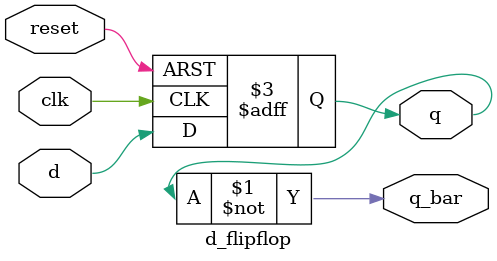
<source format=v>
module d_flipflop(
    input clk,      // Clock signal
    input reset,    // Asynchronous reset (active high)
    input d,        // Data input
    output reg q,   // Output
    output q_bar    // Inverted output
);
    // Inverted output
    assign q_bar = ~q;
    
    // D Flip-Flop behavior
    always @(posedge clk or posedge reset) begin
        if (reset) begin
            q <= 1'b0;      // Reset: Q goes to 0
        end else begin
            q <= d;         // Normal: Q captures D on clock edge
        end
    end
    
endmodule
</source>
